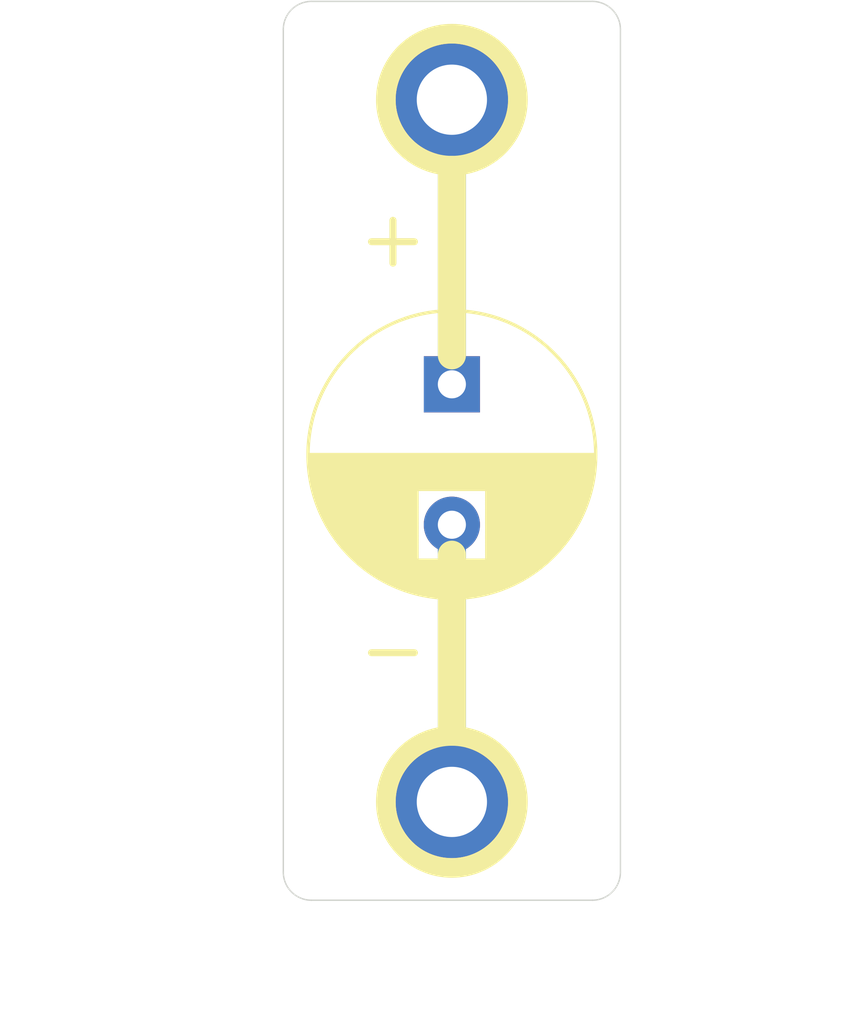
<source format=kicad_pcb>
(kicad_pcb (version 20240108) (generator "pcbnew") (generator_version "8.0")
  (layers (0 "F.Cu" signal) (31 "B.Cu" signal) (34 "B.Paste" user) (35 "F.Paste" user) (36 "B.SilkS" user "B.Silkscreen") (37 "F.SilkS" user "F.Silkscreen") (38 "B.Mask" user) (39 "F.Mask" user) (44 "Edge.Cuts" user))
  (net 0 "")
  (net 1 "Net-(J2-Pin_1)")
  (net 2 "Net-(J1-Pin_1)")
  (footprint "Library:CP_Radial_D10.0mm_P5.00mm" (layer "F.Cu") (at 140 90.132323 -90)
    (property "Reference" "C1")
    (property "Value" "C")
    (fp_line (start 3.781 1.241) (end 3.781 4.918) (stroke (width 0.12)) (layer "F.SilkS"))
    (fp_line (start 3.821 1.241) (end 3.821 4.907) (stroke (width 0.12)) (layer "F.SilkS"))
    (fp_line (start 3.861 1.241) (end 3.861 4.897) (stroke (width 0.12)) (layer "F.SilkS"))
    (fp_line (start 3.901 1.241) (end 3.901 4.885) (stroke (width 0.12)) (layer "F.SilkS"))
    (fp_line (start 3.941 1.241) (end 3.941 4.874) (stroke (width 0.12)) (layer "F.SilkS"))
    (fp_line (start 3.981 1.241) (end 3.981 4.862) (stroke (width 0.12)) (layer "F.SilkS"))
    (fp_line (start 4.021 1.241) (end 4.021 4.85) (stroke (width 0.12)) (layer "F.SilkS"))
    (fp_line (start 4.061 1.241) (end 4.061 4.837) (stroke (width 0.12)) (layer "F.SilkS"))
    (fp_line (start 4.101 1.241) (end 4.101 4.824) (stroke (width 0.12)) (layer "F.SilkS"))
    (fp_line (start 4.141 1.241) (end 4.141 4.811) (stroke (width 0.12)) (layer "F.SilkS"))
    (fp_line (start 4.181 1.241) (end 4.181 4.797) (stroke (width 0.12)) (layer "F.SilkS"))
    (fp_line (start 4.221 1.241) (end 4.221 4.783) (stroke (width 0.12)) (layer "F.SilkS"))
    (fp_line (start 4.261 1.241) (end 4.261 4.768) (stroke (width 0.12)) (layer "F.SilkS"))
    (fp_line (start 4.301 1.241) (end 4.301 4.754) (stroke (width 0.12)) (layer "F.SilkS"))
    (fp_line (start 4.341 1.241) (end 4.341 4.738) (stroke (width 0.12)) (layer "F.SilkS"))
    (fp_line (start 4.381 1.241) (end 4.381 4.723) (stroke (width 0.12)) (layer "F.SilkS"))
    (fp_line (start 4.421 1.241) (end 4.421 4.707) (stroke (width 0.12)) (layer "F.SilkS"))
    (fp_line (start 4.461 1.241) (end 4.461 4.69) (stroke (width 0.12)) (layer "F.SilkS"))
    (fp_line (start 4.501 1.241) (end 4.501 4.674) (stroke (width 0.12)) (layer "F.SilkS"))
    (fp_line (start 4.541 1.241) (end 4.541 4.657) (stroke (width 0.12)) (layer "F.SilkS"))
    (fp_line (start 4.581 1.241) (end 4.581 4.639) (stroke (width 0.12)) (layer "F.SilkS"))
    (fp_line (start 4.621 1.241) (end 4.621 4.621) (stroke (width 0.12)) (layer "F.SilkS"))
    (fp_line (start 4.661 1.241) (end 4.661 4.603) (stroke (width 0.12)) (layer "F.SilkS"))
    (fp_line (start 4.701 1.241) (end 4.701 4.584) (stroke (width 0.12)) (layer "F.SilkS"))
    (fp_line (start 4.741 1.241) (end 4.741 4.564) (stroke (width 0.12)) (layer "F.SilkS"))
    (fp_line (start 4.781 1.241) (end 4.781 4.545) (stroke (width 0.12)) (layer "F.SilkS"))
    (fp_line (start 4.821 1.241) (end 4.821 4.525) (stroke (width 0.12)) (layer "F.SilkS"))
    (fp_line (start 4.861 1.241) (end 4.861 4.504) (stroke (width 0.12)) (layer "F.SilkS"))
    (fp_line (start 4.901 1.241) (end 4.901 4.483) (stroke (width 0.12)) (layer "F.SilkS"))
    (fp_line (start 4.941 1.241) (end 4.941 4.462) (stroke (width 0.12)) (layer "F.SilkS"))
    (fp_line (start 4.981 1.241) (end 4.981 4.44) (stroke (width 0.12)) (layer "F.SilkS"))
    (fp_line (start 5.021 1.241) (end 5.021 4.417) (stroke (width 0.12)) (layer "F.SilkS"))
    (fp_line (start 5.061 1.241) (end 5.061 4.395) (stroke (width 0.12)) (layer "F.SilkS"))
    (fp_line (start 5.101 1.241) (end 5.101 4.371) (stroke (width 0.12)) (layer "F.SilkS"))
    (fp_line (start 5.141 1.241) (end 5.141 4.347) (stroke (width 0.12)) (layer "F.SilkS"))
    (fp_line (start 5.181 1.241) (end 5.181 4.323) (stroke (width 0.12)) (layer "F.SilkS"))
    (fp_line (start 5.221 1.241) (end 5.221 4.298) (stroke (width 0.12)) (layer "F.SilkS"))
    (fp_line (start 5.261 1.241) (end 5.261 4.273) (stroke (width 0.12)) (layer "F.SilkS"))
    (fp_line (start 5.301 1.241) (end 5.301 4.247) (stroke (width 0.12)) (layer "F.SilkS"))
    (fp_line (start 5.341 1.241) (end 5.341 4.221) (stroke (width 0.12)) (layer "F.SilkS"))
    (fp_line (start 5.381 1.241) (end 5.381 4.194) (stroke (width 0.12)) (layer "F.SilkS"))
    (fp_line (start 5.421 1.241) (end 5.421 4.166) (stroke (width 0.12)) (layer "F.SilkS"))
    (fp_line (start 5.461 1.241) (end 5.461 4.138) (stroke (width 0.12)) (layer "F.SilkS"))
    (fp_line (start 5.501 1.241) (end 5.501 4.11) (stroke (width 0.12)) (layer "F.SilkS"))
    (fp_line (start 5.541 1.241) (end 5.541 4.08) (stroke (width 0.12)) (layer "F.SilkS"))
    (fp_line (start 5.581 1.241) (end 5.581 4.05) (stroke (width 0.12)) (layer "F.SilkS"))
    (fp_line (start 5.621 1.241) (end 5.621 4.02) (stroke (width 0.12)) (layer "F.SilkS"))
    (fp_line (start 5.661 1.241) (end 5.661 3.989) (stroke (width 0.12)) (layer "F.SilkS"))
    (fp_line (start 5.701 1.241) (end 5.701 3.957) (stroke (width 0.12)) (layer "F.SilkS"))
    (fp_line (start 5.741 1.241) (end 5.741 3.925) (stroke (width 0.12)) (layer "F.SilkS"))
    (fp_line (start 5.781 1.241) (end 5.781 3.892) (stroke (width 0.12)) (layer "F.SilkS"))
    (fp_line (start 5.821 1.241) (end 5.821 3.858) (stroke (width 0.12)) (layer "F.SilkS"))
    (fp_line (start 5.861 1.241) (end 5.861 3.824) (stroke (width 0.12)) (layer "F.SilkS"))
    (fp_line (start 5.901 1.241) (end 5.901 3.789) (stroke (width 0.12)) (layer "F.SilkS"))
    (fp_line (start 5.941 1.241) (end 5.941 3.753) (stroke (width 0.12)) (layer "F.SilkS"))
    (fp_line (start 5.981 1.241) (end 5.981 3.716) (stroke (width 0.12)) (layer "F.SilkS"))
    (fp_line (start 6.021 1.241) (end 6.021 3.679) (stroke (width 0.12)) (layer "F.SilkS"))
    (fp_line (start 6.061 1.241) (end 6.061 3.64) (stroke (width 0.12)) (layer "F.SilkS"))
    (fp_line (start 6.101 1.241) (end 6.101 3.601) (stroke (width 0.12)) (layer "F.SilkS"))
    (fp_line (start 6.141 1.241) (end 6.141 3.561) (stroke (width 0.12)) (layer "F.SilkS"))
    (fp_line (start 6.181 1.241) (end 6.181 3.52) (stroke (width 0.12)) (layer "F.SilkS"))
    (fp_line (start 6.221 1.241) (end 6.221 3.478) (stroke (width 0.12)) (layer "F.SilkS"))
    (fp_line (start 7.581 -0.599) (end 7.581 0.599) (stroke (width 0.12)) (layer "F.SilkS"))
    (fp_line (start 7.541 -0.862) (end 7.541 0.862) (stroke (width 0.12)) (layer "F.SilkS"))
    (fp_line (start 7.501 -1.062) (end 7.501 1.062) (stroke (width 0.12)) (layer "F.SilkS"))
    (fp_line (start 7.461 -1.23) (end 7.461 1.23) (stroke (width 0.12)) (layer "F.SilkS"))
    (fp_line (start 7.421 -1.378) (end 7.421 1.378) (stroke (width 0.12)) (layer "F.SilkS"))
    (fp_line (start 7.381 -1.51) (end 7.381 1.51) (stroke (width 0.12)) (layer "F.SilkS"))
    (fp_line (start 7.341 -1.63) (end 7.341 1.63) (stroke (width 0.12)) (layer "F.SilkS"))
    (fp_line (start 7.301 -1.742) (end 7.301 1.742) (stroke (width 0.12)) (layer "F.SilkS"))
    (fp_line (start 7.261 -1.846) (end 7.261 1.846) (stroke (width 0.12)) (layer "F.SilkS"))
    (fp_line (start 7.221 -1.944) (end 7.221 1.944) (stroke (width 0.12)) (layer "F.SilkS"))
    (fp_line (start 7.181 -2.037) (end 7.181 2.037) (stroke (width 0.12)) (layer "F.SilkS"))
    (fp_line (start 7.141 -2.125) (end 7.141 2.125) (stroke (width 0.12)) (layer "F.SilkS"))
    (fp_line (start 7.101 -2.209) (end 7.101 2.209) (stroke (width 0.12)) (layer "F.SilkS"))
    (fp_line (start 7.061 -2.289) (end 7.061 2.289) (stroke (width 0.12)) (layer "F.SilkS"))
    (fp_line (start 7.021 -2.365) (end 7.021 2.365) (stroke (width 0.12)) (layer "F.SilkS"))
    (fp_line (start 6.981 -2.439) (end 6.981 2.439) (stroke (width 0.12)) (layer "F.SilkS"))
    (fp_line (start 6.941 -2.51) (end 6.941 2.51) (stroke (width 0.12)) (layer "F.SilkS"))
    (fp_line (start 6.901 -2.579) (end 6.901 2.579) (stroke (width 0.12)) (layer "F.SilkS"))
    (fp_line (start 6.861 -2.645) (end 6.861 2.645) (stroke (width 0.12)) (layer "F.SilkS"))
    (fp_line (start 6.821 -2.709) (end 6.821 2.709) (stroke (width 0.12)) (layer "F.SilkS"))
    (fp_line (start 6.781 -2.77) (end 6.781 2.77) (stroke (width 0.12)) (layer "F.SilkS"))
    (fp_line (start 6.741 -2.83) (end 6.741 2.83) (stroke (width 0.12)) (layer "F.SilkS"))
    (fp_line (start 6.701 -2.889) (end 6.701 2.889) (stroke (width 0.12)) (layer "F.SilkS"))
    (fp_line (start 6.661 -2.945) (end 6.661 2.945) (stroke (width 0.12)) (layer "F.SilkS"))
    (fp_line (start 6.621 -3) (end 6.621 3) (stroke (width 0.12)) (layer "F.SilkS"))
    (fp_line (start 6.581 -3.054) (end 6.581 3.054) (stroke (width 0.12)) (layer "F.SilkS"))
    (fp_line (start 6.541 -3.106) (end 6.541 3.106) (stroke (width 0.12)) (layer "F.SilkS"))
    (fp_line (start 6.501 -3.156) (end 6.501 3.156) (stroke (width 0.12)) (layer "F.SilkS"))
    (fp_line (start 6.461 -3.206) (end 6.461 3.206) (stroke (width 0.12)) (layer "F.SilkS"))
    (fp_line (start 6.421 -3.254) (end 6.421 3.254) (stroke (width 0.12)) (layer "F.SilkS"))
    (fp_line (start 6.381 -3.301) (end 6.381 3.301) (stroke (width 0.12)) (layer "F.SilkS"))
    (fp_line (start 6.341 -3.347) (end 6.341 3.347) (stroke (width 0.12)) (layer "F.SilkS"))
    (fp_line (start 6.301 -3.392) (end 6.301 3.392) (stroke (width 0.12)) (layer "F.SilkS"))
    (fp_line (start 6.261 -3.436) (end 6.261 3.436) (stroke (width 0.12)) (layer "F.SilkS"))
    (fp_line (start 6.221 -3.478) (end 6.221 -1.241) (stroke (width 0.12)) (layer "F.SilkS"))
    (fp_line (start 6.181 -3.52) (end 6.181 -1.241) (stroke (width 0.12)) (layer "F.SilkS"))
    (fp_line (start 6.141 -3.561) (end 6.141 -1.241) (stroke (width 0.12)) (layer "F.SilkS"))
    (fp_line (start 6.101 -3.601) (end 6.101 -1.241) (stroke (width 0.12)) (layer "F.SilkS"))
    (fp_line (start 6.061 -3.64) (end 6.061 -1.241) (stroke (width 0.12)) (layer "F.SilkS"))
    (fp_line (start 6.021 -3.679) (end 6.021 -1.241) (stroke (width 0.12)) (layer "F.SilkS"))
    (fp_line (start 5.981 -3.716) (end 5.981 -1.241) (stroke (width 0.12)) (layer "F.SilkS"))
    (fp_line (start 5.941 -3.753) (end 5.941 -1.241) (stroke (width 0.12)) (layer "F.SilkS"))
    (fp_line (start 5.901 -3.789) (end 5.901 -1.241) (stroke (width 0.12)) (layer "F.SilkS"))
    (fp_line (start 5.861 -3.824) (end 5.861 -1.241) (stroke (width 0.12)) (layer "F.SilkS"))
    (fp_line (start 5.821 -3.858) (end 5.821 -1.241) (stroke (width 0.12)) (layer "F.SilkS"))
    (fp_line (start 5.781 -3.892) (end 5.781 -1.241) (stroke (width 0.12)) (layer "F.SilkS"))
    (fp_line (start 5.741 -3.925) (end 5.741 -1.241) (stroke (width 0.12)) (layer "F.SilkS"))
    (fp_line (start 5.701 -3.957) (end 5.701 -1.241) (stroke (width 0.12)) (layer "F.SilkS"))
    (fp_line (start 5.661 -3.989) (end 5.661 -1.241) (stroke (width 0.12)) (layer "F.SilkS"))
    (fp_line (start 5.621 -4.02) (end 5.621 -1.241) (stroke (width 0.12)) (layer "F.SilkS"))
    (fp_line (start 5.581 -4.05) (end 5.581 -1.241) (stroke (width 0.12)) (layer "F.SilkS"))
    (fp_line (start 5.541 -4.08) (end 5.541 -1.241) (stroke (width 0.12)) (layer "F.SilkS"))
    (fp_line (start 5.501 -4.11) (end 5.501 -1.241) (stroke (width 0.12)) (layer "F.SilkS"))
    (fp_line (start 5.461 -4.138) (end 5.461 -1.241) (stroke (width 0.12)) (layer "F.SilkS"))
    (fp_line (start 5.421 -4.166) (end 5.421 -1.241) (stroke (width 0.12)) (layer "F.SilkS"))
    (fp_line (start 5.381 -4.194) (end 5.381 -1.241) (stroke (width 0.12)) (layer "F.SilkS"))
    (fp_line (start 5.341 -4.221) (end 5.341 -1.241) (stroke (width 0.12)) (layer "F.SilkS"))
    (fp_line (start 5.301 -4.247) (end 5.301 -1.241) (stroke (width 0.12)) (layer "F.SilkS"))
    (fp_line (start 5.261 -4.273) (end 5.261 -1.241) (stroke (width 0.12)) (layer "F.SilkS"))
    (fp_line (start 5.221 -4.298) (end 5.221 -1.241) (stroke (width 0.12)) (layer "F.SilkS"))
    (fp_line (start 5.181 -4.323) (end 5.181 -1.241) (stroke (width 0.12)) (layer "F.SilkS"))
    (fp_line (start 5.141 -4.347) (end 5.141 -1.241) (stroke (width 0.12)) (layer "F.SilkS"))
    (fp_line (start 5.101 -4.371) (end 5.101 -1.241) (stroke (width 0.12)) (layer "F.SilkS"))
    (fp_line (start 5.061 -4.395) (end 5.061 -1.241) (stroke (width 0.12)) (layer "F.SilkS"))
    (fp_line (start 5.021 -4.417) (end 5.021 -1.241) (stroke (width 0.12)) (layer "F.SilkS"))
    (fp_line (start 4.981 -4.44) (end 4.981 -1.241) (stroke (width 0.12)) (layer "F.SilkS"))
    (fp_line (start 4.941 -4.462) (end 4.941 -1.241) (stroke (width 0.12)) (layer "F.SilkS"))
    (fp_line (start 4.901 -4.483) (end 4.901 -1.241) (stroke (width 0.12)) (layer "F.SilkS"))
    (fp_line (start 4.861 -4.504) (end 4.861 -1.241) (stroke (width 0.12)) (layer "F.SilkS"))
    (fp_line (start 4.821 -4.525) (end 4.821 -1.241) (stroke (width 0.12)) (layer "F.SilkS"))
    (fp_line (start 4.781 -4.545) (end 4.781 -1.241) (stroke (width 0.12)) (layer "F.SilkS"))
    (fp_line (start 4.741 -4.564) (end 4.741 -1.241) (stroke (width 0.12)) (layer "F.SilkS"))
    (fp_line (start 4.701 -4.584) (end 4.701 -1.241) (stroke (width 0.12)) (layer "F.SilkS"))
    (fp_line (start 4.661 -4.603) (end 4.661 -1.241) (stroke (width 0.12)) (layer "F.SilkS"))
    (fp_line (start 4.621 -4.621) (end 4.621 -1.241) (stroke (width 0.12)) (layer "F.SilkS"))
    (fp_line (start 4.581 -4.639) (end 4.581 -1.241) (stroke (width 0.12)) (layer "F.SilkS"))
    (fp_line (start 4.541 -4.657) (end 4.541 -1.241) (stroke (width 0.12)) (layer "F.SilkS"))
    (fp_line (start 4.501 -4.674) (end 4.501 -1.241) (stroke (width 0.12)) (layer "F.SilkS"))
    (fp_line (start 4.461 -4.69) (end 4.461 -1.241) (stroke (width 0.12)) (layer "F.SilkS"))
    (fp_line (start 4.421 -4.707) (end 4.421 -1.241) (stroke (width 0.12)) (layer "F.SilkS"))
    (fp_line (start 4.381 -4.723) (end 4.381 -1.241) (stroke (width 0.12)) (layer "F.SilkS"))
    (fp_line (start 4.341 -4.738) (end 4.341 -1.241) (stroke (width 0.12)) (layer "F.SilkS"))
    (fp_line (start 4.301 -4.754) (end 4.301 -1.241) (stroke (width 0.12)) (layer "F.SilkS"))
    (fp_line (start 4.261 -4.768) (end 4.261 -1.241) (stroke (width 0.12)) (layer "F.SilkS"))
    (fp_line (start 4.221 -4.783) (end 4.221 -1.241) (stroke (width 0.12)) (layer "F.SilkS"))
    (fp_line (start 4.181 -4.797) (end 4.181 -1.241) (stroke (width 0.12)) (layer "F.SilkS"))
    (fp_line (start 4.141 -4.811) (end 4.141 -1.241) (stroke (width 0.12)) (layer "F.SilkS"))
    (fp_line (start 4.101 -4.824) (end 4.101 -1.241) (stroke (width 0.12)) (layer "F.SilkS"))
    (fp_line (start 4.061 -4.837) (end 4.061 -1.241) (stroke (width 0.12)) (layer "F.SilkS"))
    (fp_line (start 4.021 -4.85) (end 4.021 -1.241) (stroke (width 0.12)) (layer "F.SilkS"))
    (fp_line (start 3.981 -4.862) (end 3.981 -1.241) (stroke (width 0.12)) (layer "F.SilkS"))
    (fp_line (start 3.941 -4.874) (end 3.941 -1.241) (stroke (width 0.12)) (layer "F.SilkS"))
    (fp_line (start 3.901 -4.885) (end 3.901 -1.241) (stroke (width 0.12)) (layer "F.SilkS"))
    (fp_line (start 3.861 -4.897) (end 3.861 -1.241) (stroke (width 0.12)) (layer "F.SilkS"))
    (fp_line (start 3.821 -4.907) (end 3.821 -1.241) (stroke (width 0.12)) (layer "F.SilkS"))
    (fp_line (start 3.781 -4.918) (end 3.781 -1.241) (stroke (width 0.12)) (layer "F.SilkS"))
    (fp_line (start 3.741 -4.928) (end 3.741 4.928) (stroke (width 0.12)) (layer "F.SilkS"))
    (fp_line (start 3.701 -4.938) (end 3.701 4.938) (stroke (width 0.12)) (layer "F.SilkS"))
    (fp_line (start 3.661 -4.947) (end 3.661 4.947) (stroke (width 0.12)) (layer "F.SilkS"))
    (fp_line (start 3.621 -4.956) (end 3.621 4.956) (stroke (width 0.12)) (layer "F.SilkS"))
    (fp_line (start 3.581 -4.965) (end 3.581 4.965) (stroke (width 0.12)) (layer "F.SilkS"))
    (fp_line (start 3.541 -4.974) (end 3.541 4.974) (stroke (width 0.12)) (layer "F.SilkS"))
    (fp_line (start 3.501 -4.982) (end 3.501 4.982) (stroke (width 0.12)) (layer "F.SilkS"))
    (fp_line (start 3.461 -4.99) (end 3.461 4.99) (stroke (width 0.12)) (layer "F.SilkS"))
    (fp_line (start 3.421 -4.997) (end 3.421 4.997) (stroke (width 0.12)) (layer "F.SilkS"))
    (fp_line (start 3.381 -5.004) (end 3.381 5.004) (stroke (width 0.12)) (layer "F.SilkS"))
    (fp_line (start 3.341 -5.011) (end 3.341 5.011) (stroke (width 0.12)) (layer "F.SilkS"))
    (fp_line (start 3.301 -5.018) (end 3.301 5.018) (stroke (width 0.12)) (layer "F.SilkS"))
    (fp_line (start 3.261 -5.024) (end 3.261 5.024) (stroke (width 0.12)) (layer "F.SilkS"))
    (fp_line (start 3.221 -5.03) (end 3.221 5.03) (stroke (width 0.12)) (layer "F.SilkS"))
    (fp_line (start 3.18 -5.035) (end 3.18 5.035) (stroke (width 0.12)) (layer "F.SilkS"))
    (fp_line (start 3.14 -5.04) (end 3.14 5.04) (stroke (width 0.12)) (layer "F.SilkS"))
    (fp_line (start 3.1 -5.045) (end 3.1 5.045) (stroke (width 0.12)) (layer "F.SilkS"))
    (fp_line (start 3.06 -5.05) (end 3.06 5.05) (stroke (width 0.12)) (layer "F.SilkS"))
    (fp_line (start 3.02 -5.054) (end 3.02 5.054) (stroke (width 0.12)) (layer "F.SilkS"))
    (fp_line (start 2.98 -5.058) (end 2.98 5.058) (stroke (width 0.12)) (layer "F.SilkS"))
    (fp_line (start 2.94 -5.062) (end 2.94 5.062) (stroke (width 0.12)) (layer "F.SilkS"))
    (fp_line (start 2.9 -5.065) (end 2.9 5.065) (stroke (width 0.12)) (layer "F.SilkS"))
    (fp_line (start 2.86 -5.068) (end 2.86 5.068) (stroke (width 0.12)) (layer "F.SilkS"))
    (fp_line (start 2.82 -5.07) (end 2.82 5.07) (stroke (width 0.12)) (layer "F.SilkS"))
    (fp_line (start 2.78 -5.073) (end 2.78 5.073) (stroke (width 0.12)) (layer "F.SilkS"))
    (fp_line (start 2.74 -5.075) (end 2.74 5.075) (stroke (width 0.12)) (layer "F.SilkS"))
    (fp_line (start 2.7 -5.077) (end 2.7 5.077) (stroke (width 0.12)) (layer "F.SilkS"))
    (fp_line (start 2.66 -5.078) (end 2.66 5.078) (stroke (width 0.12)) (layer "F.SilkS"))
    (fp_line (start 2.62 -5.079) (end 2.62 5.079) (stroke (width 0.12)) (layer "F.SilkS"))
    (fp_line (start 2.5 -5.08) (end 2.5 5.08) (stroke (width 0.12)) (layer "F.SilkS"))
    (fp_line (start 2.54 -5.08) (end 2.54 5.08) (stroke (width 0.12)) (layer "F.SilkS"))
    (fp_line (start 2.58 -5.08) (end 2.58 5.08) (stroke (width 0.12)) (layer "F.SilkS"))
    (fp_circle (center 2.5 0) (end 7.62 0) (stroke (width 0.12)) (fill none) (layer "F.SilkS"))
    (pad "1" thru_hole rect (at 0 0 270) (size 2 2) (drill 1) (layers "*.Cu" "*.Mask") (net 2 "Net-(J1-Pin_1)"))
    (pad "2" thru_hole circle (at 5 0 270) (size 2 2) (drill 1) (layers "*.Cu" "*.Mask") (net 1 "Net-(J2-Pin_1)"))
  )
  (footprint "Library:MountingHole_2.5mm_Pad" (layer "F.Cu") (at 140 105)
    (property "Reference" "J2")
    (property "Value" "Conn_01x01_Socket" (hide yes))
    (pad "1" thru_hole circle (at 0 0) (size 4 4) (drill 2.5) (layers "*.Cu" "*.Mask") (net 1 "Net-(J2-Pin_1)"))
  )
  (footprint "Library:MountingHole_2.5mm_Pad" (layer "F.Cu") (at 140 80)
    (property "Reference" "J1")
    (property "Value" "Conn_01x01_Socket" (hide yes))
    (pad "1" thru_hole circle (at 0 0) (size 4 4) (drill 2.5) (layers "*.Cu" "*.Mask") (net 2 "Net-(J1-Pin_1)"))
  )
  (gr_line (start 140 96.2) (end 140 102.5) (stroke (width 1)) (layer "F.SilkS"))
  (gr_line (start 140 89.1) (end 140 82.5) (stroke (width 1)) (layer "F.SilkS"))
  (gr_circle (center 140 105) (end 142.35 105) (stroke (width 0.7)) (fill none) (layer "F.SilkS"))
  (gr_circle (center 140 80) (end 142.35 80) (stroke (width 0.7)) (fill none) (layer "F.SilkS"))
  (gr_arc (start 146 107.5) (mid 145.707107 108.207107) (end 145 108.5) (stroke (width 0.05)) (layer "Edge.Cuts"))
  (gr_line (start 145 76.5) (end 135 76.5) (stroke (width 0.05)) (layer "Edge.Cuts"))
  (gr_arc (start 145 76.5) (mid 145.707107 76.792893) (end 146 77.5) (stroke (width 0.05)) (layer "Edge.Cuts"))
  (gr_arc (start 134 77.5) (mid 134.292893 76.792893) (end 135 76.5) (stroke (width 0.05)) (layer "Edge.Cuts"))
  (gr_line (start 146 107.5) (end 146 77.5) (stroke (width 0.05)) (layer "Edge.Cuts"))
  (gr_line (start 135 108.5) (end 145 108.5) (stroke (width 0.05)) (layer "Edge.Cuts"))
  (gr_arc (start 135 108.5) (mid 134.292893 108.207107) (end 134 107.5) (stroke (width 0.05)) (layer "Edge.Cuts"))
  (gr_line (start 134 77.5) (end 134 107.5) (stroke (width 0.05)) (layer "Edge.Cuts"))
  (gr_text "+" (at 136.5 86.075088 0) (layer "F.SilkS") (effects (font (size 2 2) (thickness 0.25)) (justify left bottom)))
  (gr_text "-" (at 136.5 100.707411 0) (layer "F.SilkS") (effects (font (size 2 2) (thickness 0.25)) (justify left bottom)))
  (segment (start 140 95.132323) (end 140 105) (width 1) (layer "B.Cu") (net 1))
  (segment (start 140 80) (end 140 90.132323) (width 1) (layer "B.Cu") (net 2))
)
</source>
